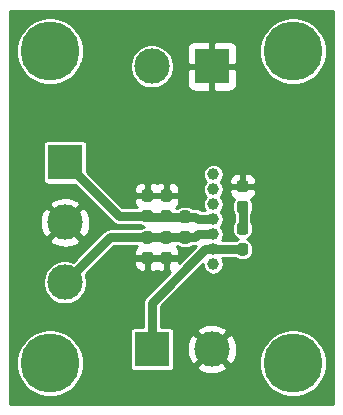
<source format=gbr>
%TF.GenerationSoftware,KiCad,Pcbnew,(5.1.6)-1*%
%TF.CreationDate,2021-01-22T14:39:17+01:00*%
%TF.ProjectId,LambdaBuffer,4c616d62-6461-4427-9566-6665722e6b69,rev?*%
%TF.SameCoordinates,Original*%
%TF.FileFunction,Copper,L2,Bot*%
%TF.FilePolarity,Positive*%
%FSLAX46Y46*%
G04 Gerber Fmt 4.6, Leading zero omitted, Abs format (unit mm)*
G04 Created by KiCad (PCBNEW (5.1.6)-1) date 2021-01-22 14:39:17*
%MOMM*%
%LPD*%
G01*
G04 APERTURE LIST*
%TA.AperFunction,ComponentPad*%
%ADD10C,1.000000*%
%TD*%
%TA.AperFunction,ComponentPad*%
%ADD11C,3.000000*%
%TD*%
%TA.AperFunction,ComponentPad*%
%ADD12R,3.000000X3.000000*%
%TD*%
%TA.AperFunction,ViaPad*%
%ADD13C,5.000000*%
%TD*%
%TA.AperFunction,Conductor*%
%ADD14C,0.750000*%
%TD*%
%TA.AperFunction,Conductor*%
%ADD15C,0.250000*%
%TD*%
G04 APERTURE END LIST*
D10*
%TO.P,U1,7*%
%TO.N,+9V*%
X121539000Y-101600000D03*
%TO.P,U1,6*%
%TO.N,Net-(J3-Pad1)*%
X121539000Y-100330000D03*
%TO.P,U1,5*%
%TO.N,+9V*%
X121539000Y-99060000D03*
%TO.P,U1,1*%
%TO.N,Net-(R1-Pad1)*%
X121539000Y-93980000D03*
%TO.P,U1,2*%
%TO.N,Net-(R4-Pad1)*%
X121539000Y-95250000D03*
%TO.P,U1,3*%
%TO.N,Net-(R3-Pad1)*%
X121539000Y-96520000D03*
%TO.P,U1,4*%
%TO.N,-9V*%
X121539000Y-97790000D03*
%TD*%
%TO.P,R6,2*%
%TO.N,Net-(C6-Pad1)*%
%TA.AperFunction,SMDPad,CuDef*%
G36*
G01*
X124240300Y-99105000D02*
X123765300Y-99105000D01*
G75*
G02*
X123527800Y-98867500I0J237500D01*
G01*
X123527800Y-98292500D01*
G75*
G02*
X123765300Y-98055000I237500J0D01*
G01*
X124240300Y-98055000D01*
G75*
G02*
X124477800Y-98292500I0J-237500D01*
G01*
X124477800Y-98867500D01*
G75*
G02*
X124240300Y-99105000I-237500J0D01*
G01*
G37*
%TD.AperFunction*%
%TO.P,R6,1*%
%TO.N,Net-(J3-Pad1)*%
%TA.AperFunction,SMDPad,CuDef*%
G36*
G01*
X124240300Y-100855000D02*
X123765300Y-100855000D01*
G75*
G02*
X123527800Y-100617500I0J237500D01*
G01*
X123527800Y-100042500D01*
G75*
G02*
X123765300Y-99805000I237500J0D01*
G01*
X124240300Y-99805000D01*
G75*
G02*
X124477800Y-100042500I0J-237500D01*
G01*
X124477800Y-100617500D01*
G75*
G02*
X124240300Y-100855000I-237500J0D01*
G01*
G37*
%TD.AperFunction*%
%TD*%
D11*
%TO.P,J3,2*%
%TO.N,GND*%
X121412000Y-108775500D03*
D12*
%TO.P,J3,1*%
%TO.N,Net-(J3-Pad1)*%
X116332000Y-108775500D03*
%TD*%
D11*
%TO.P,J2,3*%
%TO.N,+9V*%
X108966000Y-103124000D03*
%TO.P,J2,2*%
%TO.N,GND*%
X108966000Y-98044000D03*
D12*
%TO.P,J2,1*%
%TO.N,-9V*%
X108966000Y-92964000D03*
%TD*%
D11*
%TO.P,J1,2*%
%TO.N,Net-(J1-Pad2)*%
X116332000Y-84836000D03*
D12*
%TO.P,J1,1*%
%TO.N,GND*%
X121412000Y-84836000D03*
%TD*%
%TO.P,C6,2*%
%TO.N,GND*%
%TA.AperFunction,SMDPad,CuDef*%
G36*
G01*
X124240300Y-95509600D02*
X123765300Y-95509600D01*
G75*
G02*
X123527800Y-95272100I0J237500D01*
G01*
X123527800Y-94697100D01*
G75*
G02*
X123765300Y-94459600I237500J0D01*
G01*
X124240300Y-94459600D01*
G75*
G02*
X124477800Y-94697100I0J-237500D01*
G01*
X124477800Y-95272100D01*
G75*
G02*
X124240300Y-95509600I-237500J0D01*
G01*
G37*
%TD.AperFunction*%
%TO.P,C6,1*%
%TO.N,Net-(C6-Pad1)*%
%TA.AperFunction,SMDPad,CuDef*%
G36*
G01*
X124240300Y-97259600D02*
X123765300Y-97259600D01*
G75*
G02*
X123527800Y-97022100I0J237500D01*
G01*
X123527800Y-96447100D01*
G75*
G02*
X123765300Y-96209600I237500J0D01*
G01*
X124240300Y-96209600D01*
G75*
G02*
X124477800Y-96447100I0J-237500D01*
G01*
X124477800Y-97022100D01*
G75*
G02*
X124240300Y-97259600I-237500J0D01*
G01*
G37*
%TD.AperFunction*%
%TD*%
%TO.P,C5,2*%
%TO.N,-9V*%
%TA.AperFunction,SMDPad,CuDef*%
G36*
G01*
X119363500Y-98089000D02*
X118888500Y-98089000D01*
G75*
G02*
X118651000Y-97851500I0J237500D01*
G01*
X118651000Y-97276500D01*
G75*
G02*
X118888500Y-97039000I237500J0D01*
G01*
X119363500Y-97039000D01*
G75*
G02*
X119601000Y-97276500I0J-237500D01*
G01*
X119601000Y-97851500D01*
G75*
G02*
X119363500Y-98089000I-237500J0D01*
G01*
G37*
%TD.AperFunction*%
%TO.P,C5,1*%
%TO.N,+9V*%
%TA.AperFunction,SMDPad,CuDef*%
G36*
G01*
X119363500Y-99839000D02*
X118888500Y-99839000D01*
G75*
G02*
X118651000Y-99601500I0J237500D01*
G01*
X118651000Y-99026500D01*
G75*
G02*
X118888500Y-98789000I237500J0D01*
G01*
X119363500Y-98789000D01*
G75*
G02*
X119601000Y-99026500I0J-237500D01*
G01*
X119601000Y-99601500D01*
G75*
G02*
X119363500Y-99839000I-237500J0D01*
G01*
G37*
%TD.AperFunction*%
%TD*%
%TO.P,C4,2*%
%TO.N,GND*%
%TA.AperFunction,SMDPad,CuDef*%
G36*
G01*
X117788700Y-96297000D02*
X117313700Y-96297000D01*
G75*
G02*
X117076200Y-96059500I0J237500D01*
G01*
X117076200Y-95484500D01*
G75*
G02*
X117313700Y-95247000I237500J0D01*
G01*
X117788700Y-95247000D01*
G75*
G02*
X118026200Y-95484500I0J-237500D01*
G01*
X118026200Y-96059500D01*
G75*
G02*
X117788700Y-96297000I-237500J0D01*
G01*
G37*
%TD.AperFunction*%
%TO.P,C4,1*%
%TO.N,-9V*%
%TA.AperFunction,SMDPad,CuDef*%
G36*
G01*
X117788700Y-98047000D02*
X117313700Y-98047000D01*
G75*
G02*
X117076200Y-97809500I0J237500D01*
G01*
X117076200Y-97234500D01*
G75*
G02*
X117313700Y-96997000I237500J0D01*
G01*
X117788700Y-96997000D01*
G75*
G02*
X118026200Y-97234500I0J-237500D01*
G01*
X118026200Y-97809500D01*
G75*
G02*
X117788700Y-98047000I-237500J0D01*
G01*
G37*
%TD.AperFunction*%
%TD*%
%TO.P,C3,2*%
%TO.N,GND*%
%TA.AperFunction,SMDPad,CuDef*%
G36*
G01*
X115713500Y-100539000D02*
X116188500Y-100539000D01*
G75*
G02*
X116426000Y-100776500I0J-237500D01*
G01*
X116426000Y-101351500D01*
G75*
G02*
X116188500Y-101589000I-237500J0D01*
G01*
X115713500Y-101589000D01*
G75*
G02*
X115476000Y-101351500I0J237500D01*
G01*
X115476000Y-100776500D01*
G75*
G02*
X115713500Y-100539000I237500J0D01*
G01*
G37*
%TD.AperFunction*%
%TO.P,C3,1*%
%TO.N,+9V*%
%TA.AperFunction,SMDPad,CuDef*%
G36*
G01*
X115713500Y-98789000D02*
X116188500Y-98789000D01*
G75*
G02*
X116426000Y-99026500I0J-237500D01*
G01*
X116426000Y-99601500D01*
G75*
G02*
X116188500Y-99839000I-237500J0D01*
G01*
X115713500Y-99839000D01*
G75*
G02*
X115476000Y-99601500I0J237500D01*
G01*
X115476000Y-99026500D01*
G75*
G02*
X115713500Y-98789000I237500J0D01*
G01*
G37*
%TD.AperFunction*%
%TD*%
%TO.P,C2,2*%
%TO.N,-9V*%
%TA.AperFunction,SMDPad,CuDef*%
G36*
G01*
X115713500Y-96997000D02*
X116188500Y-96997000D01*
G75*
G02*
X116426000Y-97234500I0J-237500D01*
G01*
X116426000Y-97809500D01*
G75*
G02*
X116188500Y-98047000I-237500J0D01*
G01*
X115713500Y-98047000D01*
G75*
G02*
X115476000Y-97809500I0J237500D01*
G01*
X115476000Y-97234500D01*
G75*
G02*
X115713500Y-96997000I237500J0D01*
G01*
G37*
%TD.AperFunction*%
%TO.P,C2,1*%
%TO.N,GND*%
%TA.AperFunction,SMDPad,CuDef*%
G36*
G01*
X115713500Y-95247000D02*
X116188500Y-95247000D01*
G75*
G02*
X116426000Y-95484500I0J-237500D01*
G01*
X116426000Y-96059500D01*
G75*
G02*
X116188500Y-96297000I-237500J0D01*
G01*
X115713500Y-96297000D01*
G75*
G02*
X115476000Y-96059500I0J237500D01*
G01*
X115476000Y-95484500D01*
G75*
G02*
X115713500Y-95247000I237500J0D01*
G01*
G37*
%TD.AperFunction*%
%TD*%
%TO.P,C1,2*%
%TO.N,+9V*%
%TA.AperFunction,SMDPad,CuDef*%
G36*
G01*
X117776000Y-99839000D02*
X117301000Y-99839000D01*
G75*
G02*
X117063500Y-99601500I0J237500D01*
G01*
X117063500Y-99026500D01*
G75*
G02*
X117301000Y-98789000I237500J0D01*
G01*
X117776000Y-98789000D01*
G75*
G02*
X118013500Y-99026500I0J-237500D01*
G01*
X118013500Y-99601500D01*
G75*
G02*
X117776000Y-99839000I-237500J0D01*
G01*
G37*
%TD.AperFunction*%
%TO.P,C1,1*%
%TO.N,GND*%
%TA.AperFunction,SMDPad,CuDef*%
G36*
G01*
X117776000Y-101589000D02*
X117301000Y-101589000D01*
G75*
G02*
X117063500Y-101351500I0J237500D01*
G01*
X117063500Y-100776500D01*
G75*
G02*
X117301000Y-100539000I237500J0D01*
G01*
X117776000Y-100539000D01*
G75*
G02*
X118013500Y-100776500I0J-237500D01*
G01*
X118013500Y-101351500D01*
G75*
G02*
X117776000Y-101589000I-237500J0D01*
G01*
G37*
%TD.AperFunction*%
%TD*%
D13*
%TO.N,*%
X107696000Y-83566000D03*
X107696000Y-109982000D03*
X128270000Y-109982000D03*
X128270000Y-83566000D03*
%TD*%
D14*
%TO.N,+9V*%
X119989600Y-99314000D02*
X120243600Y-99060000D01*
X119126000Y-99314000D02*
X119989600Y-99314000D01*
X120243600Y-99060000D02*
X121539000Y-99060000D01*
X119126000Y-99314000D02*
X115951000Y-99314000D01*
X112776000Y-99314000D02*
X108966000Y-103124000D01*
X115951000Y-99314000D02*
X112776000Y-99314000D01*
%TO.N,-9V*%
X115993000Y-97564000D02*
X115951000Y-97522000D01*
X119126000Y-97564000D02*
X115993000Y-97564000D01*
X119126000Y-97564000D02*
X120017600Y-97564000D01*
X120017600Y-97564000D02*
X120243600Y-97790000D01*
X121539000Y-97790000D02*
X120243600Y-97790000D01*
X113524000Y-97522000D02*
X108966000Y-92964000D01*
X115951000Y-97522000D02*
X113524000Y-97522000D01*
%TO.N,Net-(C6-Pad1)*%
X124002800Y-98580000D02*
X124002800Y-96734600D01*
%TO.N,Net-(J3-Pad1)*%
X121539000Y-100330000D02*
X124002800Y-100330000D01*
X116332000Y-104829894D02*
X116332000Y-108775500D01*
X120831894Y-100330000D02*
X116332000Y-104829894D01*
X121539000Y-100330000D02*
X120831894Y-100330000D01*
%TD*%
D15*
%TO.N,GND*%
G36*
X131680001Y-112756353D02*
G01*
X131680000Y-113392000D01*
X104286000Y-113392000D01*
X104286000Y-109698837D01*
X104821000Y-109698837D01*
X104821000Y-110265163D01*
X104931485Y-110820607D01*
X105148208Y-111343823D01*
X105462842Y-111814706D01*
X105863294Y-112215158D01*
X106334177Y-112529792D01*
X106857393Y-112746515D01*
X107412837Y-112857000D01*
X107979163Y-112857000D01*
X108534607Y-112746515D01*
X109057823Y-112529792D01*
X109528706Y-112215158D01*
X109929158Y-111814706D01*
X110243792Y-111343823D01*
X110460515Y-110820607D01*
X110571000Y-110265163D01*
X110571000Y-109698837D01*
X110460515Y-109143393D01*
X110243792Y-108620177D01*
X109929158Y-108149294D01*
X109528706Y-107748842D01*
X109057823Y-107434208D01*
X108534607Y-107217485D01*
X107979163Y-107107000D01*
X107412837Y-107107000D01*
X106857393Y-107217485D01*
X106334177Y-107434208D01*
X105863294Y-107748842D01*
X105462842Y-108149294D01*
X105148208Y-108620177D01*
X104931485Y-109143393D01*
X104821000Y-109698837D01*
X104286000Y-109698837D01*
X104286000Y-99535907D01*
X107656527Y-99535907D01*
X107812835Y-99850663D01*
X108187455Y-100040920D01*
X108591994Y-100154437D01*
X109010906Y-100186850D01*
X109428093Y-100136914D01*
X109827521Y-100006550D01*
X110119165Y-99850663D01*
X110275473Y-99535907D01*
X108966000Y-98226434D01*
X107656527Y-99535907D01*
X104286000Y-99535907D01*
X104286000Y-98088906D01*
X106823150Y-98088906D01*
X106873086Y-98506093D01*
X107003450Y-98905521D01*
X107159337Y-99197165D01*
X107474093Y-99353473D01*
X108783566Y-98044000D01*
X109148434Y-98044000D01*
X110457907Y-99353473D01*
X110772663Y-99197165D01*
X110962920Y-98822545D01*
X111076437Y-98418006D01*
X111108850Y-97999094D01*
X111058914Y-97581907D01*
X110928550Y-97182479D01*
X110772663Y-96890835D01*
X110457907Y-96734527D01*
X109148434Y-98044000D01*
X108783566Y-98044000D01*
X107474093Y-96734527D01*
X107159337Y-96890835D01*
X106969080Y-97265455D01*
X106855563Y-97669994D01*
X106823150Y-98088906D01*
X104286000Y-98088906D01*
X104286000Y-96552093D01*
X107656527Y-96552093D01*
X108966000Y-97861566D01*
X110275473Y-96552093D01*
X110119165Y-96237337D01*
X109744545Y-96047080D01*
X109340006Y-95933563D01*
X108921094Y-95901150D01*
X108503907Y-95951086D01*
X108104479Y-96081450D01*
X107812835Y-96237337D01*
X107656527Y-96552093D01*
X104286000Y-96552093D01*
X104286000Y-91464000D01*
X107089186Y-91464000D01*
X107089186Y-94464000D01*
X107096426Y-94537513D01*
X107117869Y-94608200D01*
X107152691Y-94673347D01*
X107199552Y-94730448D01*
X107256653Y-94777309D01*
X107321800Y-94812131D01*
X107392487Y-94833574D01*
X107466000Y-94840814D01*
X109782154Y-94840814D01*
X112967630Y-98026291D01*
X112991105Y-98054895D01*
X113019708Y-98078369D01*
X113019715Y-98078376D01*
X113070893Y-98120376D01*
X113105307Y-98148619D01*
X113235599Y-98218261D01*
X113376974Y-98261147D01*
X113487165Y-98272000D01*
X113487174Y-98272000D01*
X113523999Y-98275627D01*
X113560824Y-98272000D01*
X115313371Y-98272000D01*
X115372205Y-98320283D01*
X115478412Y-98377052D01*
X115593653Y-98412010D01*
X115654470Y-98418000D01*
X115593653Y-98423990D01*
X115478412Y-98458948D01*
X115372205Y-98515717D01*
X115313371Y-98564000D01*
X112812828Y-98564000D01*
X112776000Y-98560373D01*
X112739172Y-98564000D01*
X112739165Y-98564000D01*
X112628974Y-98574853D01*
X112487599Y-98617739D01*
X112357307Y-98687381D01*
X112243105Y-98781105D01*
X112219626Y-98809714D01*
X109651063Y-101378278D01*
X109512917Y-101321056D01*
X109150671Y-101249000D01*
X108781329Y-101249000D01*
X108419083Y-101321056D01*
X108077855Y-101462397D01*
X107770757Y-101667593D01*
X107509593Y-101928757D01*
X107304397Y-102235855D01*
X107163056Y-102577083D01*
X107091000Y-102939329D01*
X107091000Y-103308671D01*
X107163056Y-103670917D01*
X107304397Y-104012145D01*
X107509593Y-104319243D01*
X107770757Y-104580407D01*
X108077855Y-104785603D01*
X108419083Y-104926944D01*
X108781329Y-104999000D01*
X109150671Y-104999000D01*
X109512917Y-104926944D01*
X109854145Y-104785603D01*
X110161243Y-104580407D01*
X110422407Y-104319243D01*
X110627603Y-104012145D01*
X110768944Y-103670917D01*
X110841000Y-103308671D01*
X110841000Y-102939329D01*
X110768944Y-102577083D01*
X110711722Y-102438937D01*
X111561659Y-101589000D01*
X114839937Y-101589000D01*
X114852159Y-101713090D01*
X114888354Y-101832411D01*
X114947133Y-101942378D01*
X115026236Y-102038764D01*
X115122622Y-102117867D01*
X115232589Y-102176646D01*
X115351910Y-102212841D01*
X115476000Y-102225063D01*
X115663750Y-102222000D01*
X115822000Y-102063750D01*
X115822000Y-101193000D01*
X116080000Y-101193000D01*
X116080000Y-102063750D01*
X116238250Y-102222000D01*
X116426000Y-102225063D01*
X116550090Y-102212841D01*
X116669411Y-102176646D01*
X116744750Y-102136376D01*
X116820089Y-102176646D01*
X116939410Y-102212841D01*
X117063500Y-102225063D01*
X117251250Y-102222000D01*
X117409500Y-102063750D01*
X117409500Y-101193000D01*
X116080000Y-101193000D01*
X115822000Y-101193000D01*
X115001250Y-101193000D01*
X114843000Y-101351250D01*
X114839937Y-101589000D01*
X111561659Y-101589000D01*
X113086660Y-100064000D01*
X115056986Y-100064000D01*
X115026236Y-100089236D01*
X114947133Y-100185622D01*
X114888354Y-100295589D01*
X114852159Y-100414910D01*
X114839937Y-100539000D01*
X114843000Y-100776750D01*
X115001250Y-100935000D01*
X115822000Y-100935000D01*
X115822000Y-100915000D01*
X116080000Y-100915000D01*
X116080000Y-100935000D01*
X117409500Y-100935000D01*
X117409500Y-100915000D01*
X117667500Y-100915000D01*
X117667500Y-100935000D01*
X118488250Y-100935000D01*
X118646500Y-100776750D01*
X118649563Y-100539000D01*
X118637341Y-100414910D01*
X118601146Y-100295589D01*
X118542367Y-100185622D01*
X118463264Y-100089236D01*
X118432514Y-100064000D01*
X118488371Y-100064000D01*
X118547205Y-100112283D01*
X118653412Y-100169052D01*
X118768653Y-100204010D01*
X118888500Y-100215814D01*
X119363500Y-100215814D01*
X119483347Y-100204010D01*
X119598588Y-100169052D01*
X119704795Y-100112283D01*
X119763629Y-100064000D01*
X119952773Y-100064000D01*
X119989600Y-100067627D01*
X120026427Y-100064000D01*
X120026435Y-100064000D01*
X120038414Y-100062820D01*
X118647816Y-101453418D01*
X118646500Y-101351250D01*
X118488250Y-101193000D01*
X117667500Y-101193000D01*
X117667500Y-102063750D01*
X117825750Y-102222000D01*
X117878376Y-102222859D01*
X115827720Y-104273515D01*
X115799105Y-104296999D01*
X115705381Y-104411202D01*
X115635739Y-104541494D01*
X115592853Y-104682869D01*
X115582000Y-104793060D01*
X115582000Y-104793067D01*
X115578373Y-104829894D01*
X115582000Y-104866722D01*
X115582001Y-106898686D01*
X114832000Y-106898686D01*
X114758487Y-106905926D01*
X114687800Y-106927369D01*
X114622653Y-106962191D01*
X114565552Y-107009052D01*
X114518691Y-107066153D01*
X114483869Y-107131300D01*
X114462426Y-107201987D01*
X114455186Y-107275500D01*
X114455186Y-110275500D01*
X114462426Y-110349013D01*
X114483869Y-110419700D01*
X114518691Y-110484847D01*
X114565552Y-110541948D01*
X114622653Y-110588809D01*
X114687800Y-110623631D01*
X114758487Y-110645074D01*
X114832000Y-110652314D01*
X117832000Y-110652314D01*
X117905513Y-110645074D01*
X117976200Y-110623631D01*
X118041347Y-110588809D01*
X118098448Y-110541948D01*
X118145309Y-110484847D01*
X118180131Y-110419700D01*
X118201574Y-110349013D01*
X118208814Y-110275500D01*
X118208814Y-110267407D01*
X120102527Y-110267407D01*
X120258835Y-110582163D01*
X120633455Y-110772420D01*
X121037994Y-110885937D01*
X121456906Y-110918350D01*
X121874093Y-110868414D01*
X122273521Y-110738050D01*
X122565165Y-110582163D01*
X122721473Y-110267407D01*
X121412000Y-108957934D01*
X120102527Y-110267407D01*
X118208814Y-110267407D01*
X118208814Y-108820406D01*
X119269150Y-108820406D01*
X119319086Y-109237593D01*
X119449450Y-109637021D01*
X119605337Y-109928665D01*
X119920093Y-110084973D01*
X121229566Y-108775500D01*
X121594434Y-108775500D01*
X122903907Y-110084973D01*
X123218663Y-109928665D01*
X123335384Y-109698837D01*
X125395000Y-109698837D01*
X125395000Y-110265163D01*
X125505485Y-110820607D01*
X125722208Y-111343823D01*
X126036842Y-111814706D01*
X126437294Y-112215158D01*
X126908177Y-112529792D01*
X127431393Y-112746515D01*
X127986837Y-112857000D01*
X128553163Y-112857000D01*
X129108607Y-112746515D01*
X129631823Y-112529792D01*
X130102706Y-112215158D01*
X130503158Y-111814706D01*
X130817792Y-111343823D01*
X131034515Y-110820607D01*
X131145000Y-110265163D01*
X131145000Y-109698837D01*
X131034515Y-109143393D01*
X130817792Y-108620177D01*
X130503158Y-108149294D01*
X130102706Y-107748842D01*
X129631823Y-107434208D01*
X129108607Y-107217485D01*
X128553163Y-107107000D01*
X127986837Y-107107000D01*
X127431393Y-107217485D01*
X126908177Y-107434208D01*
X126437294Y-107748842D01*
X126036842Y-108149294D01*
X125722208Y-108620177D01*
X125505485Y-109143393D01*
X125395000Y-109698837D01*
X123335384Y-109698837D01*
X123408920Y-109554045D01*
X123522437Y-109149506D01*
X123554850Y-108730594D01*
X123504914Y-108313407D01*
X123374550Y-107913979D01*
X123218663Y-107622335D01*
X122903907Y-107466027D01*
X121594434Y-108775500D01*
X121229566Y-108775500D01*
X119920093Y-107466027D01*
X119605337Y-107622335D01*
X119415080Y-107996955D01*
X119301563Y-108401494D01*
X119269150Y-108820406D01*
X118208814Y-108820406D01*
X118208814Y-107283593D01*
X120102527Y-107283593D01*
X121412000Y-108593066D01*
X122721473Y-107283593D01*
X122565165Y-106968837D01*
X122190545Y-106778580D01*
X121786006Y-106665063D01*
X121367094Y-106632650D01*
X120949907Y-106682586D01*
X120550479Y-106812950D01*
X120258835Y-106968837D01*
X120102527Y-107283593D01*
X118208814Y-107283593D01*
X118208814Y-107275500D01*
X118201574Y-107201987D01*
X118180131Y-107131300D01*
X118145309Y-107066153D01*
X118098448Y-107009052D01*
X118041347Y-106962191D01*
X117976200Y-106927369D01*
X117905513Y-106905926D01*
X117832000Y-106898686D01*
X117082000Y-106898686D01*
X117082000Y-105140553D01*
X120664000Y-101558554D01*
X120664000Y-101686180D01*
X120697626Y-101855228D01*
X120763585Y-102014468D01*
X120859343Y-102157780D01*
X120981220Y-102279657D01*
X121124532Y-102375415D01*
X121283772Y-102441374D01*
X121452820Y-102475000D01*
X121625180Y-102475000D01*
X121794228Y-102441374D01*
X121953468Y-102375415D01*
X122096780Y-102279657D01*
X122218657Y-102157780D01*
X122314415Y-102014468D01*
X122380374Y-101855228D01*
X122414000Y-101686180D01*
X122414000Y-101513820D01*
X122380374Y-101344772D01*
X122314415Y-101185532D01*
X122243901Y-101080000D01*
X123365171Y-101080000D01*
X123424005Y-101128283D01*
X123530212Y-101185052D01*
X123645453Y-101220010D01*
X123765300Y-101231814D01*
X124240300Y-101231814D01*
X124360147Y-101220010D01*
X124475388Y-101185052D01*
X124581595Y-101128283D01*
X124674686Y-101051886D01*
X124751083Y-100958795D01*
X124807852Y-100852588D01*
X124842810Y-100737347D01*
X124854614Y-100617500D01*
X124854614Y-100042500D01*
X124842810Y-99922653D01*
X124807852Y-99807412D01*
X124751083Y-99701205D01*
X124674686Y-99608114D01*
X124581595Y-99531717D01*
X124475388Y-99474948D01*
X124409628Y-99455000D01*
X124475388Y-99435052D01*
X124581595Y-99378283D01*
X124674686Y-99301886D01*
X124751083Y-99208795D01*
X124807852Y-99102588D01*
X124842810Y-98987347D01*
X124854614Y-98867500D01*
X124854614Y-98292500D01*
X124842810Y-98172653D01*
X124807852Y-98057412D01*
X124752800Y-97954417D01*
X124752800Y-97360183D01*
X124807852Y-97257188D01*
X124842810Y-97141947D01*
X124854614Y-97022100D01*
X124854614Y-96447100D01*
X124842810Y-96327253D01*
X124807852Y-96212012D01*
X124751083Y-96105805D01*
X124737092Y-96088757D01*
X124831178Y-96038467D01*
X124927564Y-95959364D01*
X125006667Y-95862978D01*
X125065446Y-95753011D01*
X125101641Y-95633690D01*
X125113863Y-95509600D01*
X125110800Y-95271850D01*
X124952550Y-95113600D01*
X124131800Y-95113600D01*
X124131800Y-95133600D01*
X123873800Y-95133600D01*
X123873800Y-95113600D01*
X123053050Y-95113600D01*
X122894800Y-95271850D01*
X122891737Y-95509600D01*
X122903959Y-95633690D01*
X122940154Y-95753011D01*
X122998933Y-95862978D01*
X123078036Y-95959364D01*
X123174422Y-96038467D01*
X123268508Y-96088757D01*
X123254517Y-96105805D01*
X123197748Y-96212012D01*
X123162790Y-96327253D01*
X123150986Y-96447100D01*
X123150986Y-97022100D01*
X123162790Y-97141947D01*
X123197748Y-97257188D01*
X123252801Y-97360184D01*
X123252800Y-97954417D01*
X123197748Y-98057412D01*
X123162790Y-98172653D01*
X123150986Y-98292500D01*
X123150986Y-98867500D01*
X123162790Y-98987347D01*
X123197748Y-99102588D01*
X123254517Y-99208795D01*
X123330914Y-99301886D01*
X123424005Y-99378283D01*
X123530212Y-99435052D01*
X123595972Y-99455000D01*
X123530212Y-99474948D01*
X123424005Y-99531717D01*
X123365171Y-99580000D01*
X122243901Y-99580000D01*
X122314415Y-99474468D01*
X122380374Y-99315228D01*
X122414000Y-99146180D01*
X122414000Y-98973820D01*
X122380374Y-98804772D01*
X122314415Y-98645532D01*
X122218657Y-98502220D01*
X122141437Y-98425000D01*
X122218657Y-98347780D01*
X122314415Y-98204468D01*
X122380374Y-98045228D01*
X122414000Y-97876180D01*
X122414000Y-97703820D01*
X122380374Y-97534772D01*
X122314415Y-97375532D01*
X122218657Y-97232220D01*
X122141437Y-97155000D01*
X122218657Y-97077780D01*
X122314415Y-96934468D01*
X122380374Y-96775228D01*
X122414000Y-96606180D01*
X122414000Y-96433820D01*
X122380374Y-96264772D01*
X122314415Y-96105532D01*
X122218657Y-95962220D01*
X122141437Y-95885000D01*
X122218657Y-95807780D01*
X122314415Y-95664468D01*
X122380374Y-95505228D01*
X122414000Y-95336180D01*
X122414000Y-95163820D01*
X122380374Y-94994772D01*
X122314415Y-94835532D01*
X122218657Y-94692220D01*
X122141437Y-94615000D01*
X122218657Y-94537780D01*
X122270895Y-94459600D01*
X122891737Y-94459600D01*
X122894800Y-94697350D01*
X123053050Y-94855600D01*
X123873800Y-94855600D01*
X123873800Y-93984850D01*
X124131800Y-93984850D01*
X124131800Y-94855600D01*
X124952550Y-94855600D01*
X125110800Y-94697350D01*
X125113863Y-94459600D01*
X125101641Y-94335510D01*
X125065446Y-94216189D01*
X125006667Y-94106222D01*
X124927564Y-94009836D01*
X124831178Y-93930733D01*
X124721211Y-93871954D01*
X124601890Y-93835759D01*
X124477800Y-93823537D01*
X124290050Y-93826600D01*
X124131800Y-93984850D01*
X123873800Y-93984850D01*
X123715550Y-93826600D01*
X123527800Y-93823537D01*
X123403710Y-93835759D01*
X123284389Y-93871954D01*
X123174422Y-93930733D01*
X123078036Y-94009836D01*
X122998933Y-94106222D01*
X122940154Y-94216189D01*
X122903959Y-94335510D01*
X122891737Y-94459600D01*
X122270895Y-94459600D01*
X122314415Y-94394468D01*
X122380374Y-94235228D01*
X122414000Y-94066180D01*
X122414000Y-93893820D01*
X122380374Y-93724772D01*
X122314415Y-93565532D01*
X122218657Y-93422220D01*
X122096780Y-93300343D01*
X121953468Y-93204585D01*
X121794228Y-93138626D01*
X121625180Y-93105000D01*
X121452820Y-93105000D01*
X121283772Y-93138626D01*
X121124532Y-93204585D01*
X120981220Y-93300343D01*
X120859343Y-93422220D01*
X120763585Y-93565532D01*
X120697626Y-93724772D01*
X120664000Y-93893820D01*
X120664000Y-94066180D01*
X120697626Y-94235228D01*
X120763585Y-94394468D01*
X120859343Y-94537780D01*
X120936563Y-94615000D01*
X120859343Y-94692220D01*
X120763585Y-94835532D01*
X120697626Y-94994772D01*
X120664000Y-95163820D01*
X120664000Y-95336180D01*
X120697626Y-95505228D01*
X120763585Y-95664468D01*
X120859343Y-95807780D01*
X120936563Y-95885000D01*
X120859343Y-95962220D01*
X120763585Y-96105532D01*
X120697626Y-96264772D01*
X120664000Y-96433820D01*
X120664000Y-96606180D01*
X120697626Y-96775228D01*
X120763585Y-96934468D01*
X120834099Y-97040000D01*
X120557795Y-97040000D01*
X120550495Y-97031105D01*
X120436293Y-96937381D01*
X120306001Y-96867739D01*
X120164626Y-96824853D01*
X120054435Y-96814000D01*
X120054427Y-96814000D01*
X120017600Y-96810373D01*
X119980773Y-96814000D01*
X119763629Y-96814000D01*
X119704795Y-96765717D01*
X119598588Y-96708948D01*
X119483347Y-96673990D01*
X119363500Y-96662186D01*
X118888500Y-96662186D01*
X118768653Y-96673990D01*
X118653412Y-96708948D01*
X118547205Y-96765717D01*
X118488371Y-96814000D01*
X118394038Y-96814000D01*
X118475964Y-96746764D01*
X118555067Y-96650378D01*
X118613846Y-96540411D01*
X118650041Y-96421090D01*
X118662263Y-96297000D01*
X118659200Y-96059250D01*
X118500950Y-95901000D01*
X117680200Y-95901000D01*
X117680200Y-95921000D01*
X117422200Y-95921000D01*
X117422200Y-95901000D01*
X116080000Y-95901000D01*
X116080000Y-95921000D01*
X115822000Y-95921000D01*
X115822000Y-95901000D01*
X115001250Y-95901000D01*
X114843000Y-96059250D01*
X114839937Y-96297000D01*
X114852159Y-96421090D01*
X114888354Y-96540411D01*
X114947133Y-96650378D01*
X115026236Y-96746764D01*
X115056986Y-96772000D01*
X113834661Y-96772000D01*
X112309661Y-95247000D01*
X114839937Y-95247000D01*
X114843000Y-95484750D01*
X115001250Y-95643000D01*
X115822000Y-95643000D01*
X115822000Y-94772250D01*
X116080000Y-94772250D01*
X116080000Y-95643000D01*
X117422200Y-95643000D01*
X117422200Y-94772250D01*
X117680200Y-94772250D01*
X117680200Y-95643000D01*
X118500950Y-95643000D01*
X118659200Y-95484750D01*
X118662263Y-95247000D01*
X118650041Y-95122910D01*
X118613846Y-95003589D01*
X118555067Y-94893622D01*
X118475964Y-94797236D01*
X118379578Y-94718133D01*
X118269611Y-94659354D01*
X118150290Y-94623159D01*
X118026200Y-94610937D01*
X117838450Y-94614000D01*
X117680200Y-94772250D01*
X117422200Y-94772250D01*
X117263950Y-94614000D01*
X117076200Y-94610937D01*
X116952110Y-94623159D01*
X116832789Y-94659354D01*
X116751100Y-94703018D01*
X116669411Y-94659354D01*
X116550090Y-94623159D01*
X116426000Y-94610937D01*
X116238250Y-94614000D01*
X116080000Y-94772250D01*
X115822000Y-94772250D01*
X115663750Y-94614000D01*
X115476000Y-94610937D01*
X115351910Y-94623159D01*
X115232589Y-94659354D01*
X115122622Y-94718133D01*
X115026236Y-94797236D01*
X114947133Y-94893622D01*
X114888354Y-95003589D01*
X114852159Y-95122910D01*
X114839937Y-95247000D01*
X112309661Y-95247000D01*
X110842814Y-93780154D01*
X110842814Y-91464000D01*
X110835574Y-91390487D01*
X110814131Y-91319800D01*
X110779309Y-91254653D01*
X110732448Y-91197552D01*
X110675347Y-91150691D01*
X110610200Y-91115869D01*
X110539513Y-91094426D01*
X110466000Y-91087186D01*
X107466000Y-91087186D01*
X107392487Y-91094426D01*
X107321800Y-91115869D01*
X107256653Y-91150691D01*
X107199552Y-91197552D01*
X107152691Y-91254653D01*
X107117869Y-91319800D01*
X107096426Y-91390487D01*
X107089186Y-91464000D01*
X104286000Y-91464000D01*
X104286000Y-83282837D01*
X104821000Y-83282837D01*
X104821000Y-83849163D01*
X104931485Y-84404607D01*
X105148208Y-84927823D01*
X105462842Y-85398706D01*
X105863294Y-85799158D01*
X106334177Y-86113792D01*
X106857393Y-86330515D01*
X107412837Y-86441000D01*
X107979163Y-86441000D01*
X108534607Y-86330515D01*
X109057823Y-86113792D01*
X109528706Y-85799158D01*
X109929158Y-85398706D01*
X110243792Y-84927823D01*
X110358319Y-84651329D01*
X114457000Y-84651329D01*
X114457000Y-85020671D01*
X114529056Y-85382917D01*
X114670397Y-85724145D01*
X114875593Y-86031243D01*
X115136757Y-86292407D01*
X115443855Y-86497603D01*
X115785083Y-86638944D01*
X116147329Y-86711000D01*
X116516671Y-86711000D01*
X116878917Y-86638944D01*
X117220145Y-86497603D01*
X117462001Y-86336000D01*
X119275937Y-86336000D01*
X119288159Y-86460090D01*
X119324354Y-86579411D01*
X119383133Y-86689378D01*
X119462236Y-86785764D01*
X119558622Y-86864867D01*
X119668589Y-86923646D01*
X119787910Y-86959841D01*
X119912000Y-86972063D01*
X121124750Y-86969000D01*
X121283000Y-86810750D01*
X121283000Y-84965000D01*
X121541000Y-84965000D01*
X121541000Y-86810750D01*
X121699250Y-86969000D01*
X122912000Y-86972063D01*
X123036090Y-86959841D01*
X123155411Y-86923646D01*
X123265378Y-86864867D01*
X123361764Y-86785764D01*
X123440867Y-86689378D01*
X123499646Y-86579411D01*
X123535841Y-86460090D01*
X123548063Y-86336000D01*
X123545000Y-85123250D01*
X123386750Y-84965000D01*
X121541000Y-84965000D01*
X121283000Y-84965000D01*
X119437250Y-84965000D01*
X119279000Y-85123250D01*
X119275937Y-86336000D01*
X117462001Y-86336000D01*
X117527243Y-86292407D01*
X117788407Y-86031243D01*
X117993603Y-85724145D01*
X118134944Y-85382917D01*
X118207000Y-85020671D01*
X118207000Y-84651329D01*
X118134944Y-84289083D01*
X117993603Y-83947855D01*
X117788407Y-83640757D01*
X117527243Y-83379593D01*
X117462002Y-83336000D01*
X119275937Y-83336000D01*
X119279000Y-84548750D01*
X119437250Y-84707000D01*
X121283000Y-84707000D01*
X121283000Y-82861250D01*
X121541000Y-82861250D01*
X121541000Y-84707000D01*
X123386750Y-84707000D01*
X123545000Y-84548750D01*
X123548063Y-83336000D01*
X123542827Y-83282837D01*
X125395000Y-83282837D01*
X125395000Y-83849163D01*
X125505485Y-84404607D01*
X125722208Y-84927823D01*
X126036842Y-85398706D01*
X126437294Y-85799158D01*
X126908177Y-86113792D01*
X127431393Y-86330515D01*
X127986837Y-86441000D01*
X128553163Y-86441000D01*
X129108607Y-86330515D01*
X129631823Y-86113792D01*
X130102706Y-85799158D01*
X130503158Y-85398706D01*
X130817792Y-84927823D01*
X131034515Y-84404607D01*
X131145000Y-83849163D01*
X131145000Y-83282837D01*
X131034515Y-82727393D01*
X130817792Y-82204177D01*
X130503158Y-81733294D01*
X130102706Y-81332842D01*
X129631823Y-81018208D01*
X129108607Y-80801485D01*
X128553163Y-80691000D01*
X127986837Y-80691000D01*
X127431393Y-80801485D01*
X126908177Y-81018208D01*
X126437294Y-81332842D01*
X126036842Y-81733294D01*
X125722208Y-82204177D01*
X125505485Y-82727393D01*
X125395000Y-83282837D01*
X123542827Y-83282837D01*
X123535841Y-83211910D01*
X123499646Y-83092589D01*
X123440867Y-82982622D01*
X123361764Y-82886236D01*
X123265378Y-82807133D01*
X123155411Y-82748354D01*
X123036090Y-82712159D01*
X122912000Y-82699937D01*
X121699250Y-82703000D01*
X121541000Y-82861250D01*
X121283000Y-82861250D01*
X121124750Y-82703000D01*
X119912000Y-82699937D01*
X119787910Y-82712159D01*
X119668589Y-82748354D01*
X119558622Y-82807133D01*
X119462236Y-82886236D01*
X119383133Y-82982622D01*
X119324354Y-83092589D01*
X119288159Y-83211910D01*
X119275937Y-83336000D01*
X117462002Y-83336000D01*
X117220145Y-83174397D01*
X116878917Y-83033056D01*
X116516671Y-82961000D01*
X116147329Y-82961000D01*
X115785083Y-83033056D01*
X115443855Y-83174397D01*
X115136757Y-83379593D01*
X114875593Y-83640757D01*
X114670397Y-83947855D01*
X114529056Y-84289083D01*
X114457000Y-84651329D01*
X110358319Y-84651329D01*
X110460515Y-84404607D01*
X110571000Y-83849163D01*
X110571000Y-83282837D01*
X110460515Y-82727393D01*
X110243792Y-82204177D01*
X109929158Y-81733294D01*
X109528706Y-81332842D01*
X109057823Y-81018208D01*
X108534607Y-80801485D01*
X107979163Y-80691000D01*
X107412837Y-80691000D01*
X106857393Y-80801485D01*
X106334177Y-81018208D01*
X105863294Y-81332842D01*
X105462842Y-81733294D01*
X105148208Y-82204177D01*
X104931485Y-82727393D01*
X104821000Y-83282837D01*
X104286000Y-83282837D01*
X104286000Y-80156000D01*
X131680000Y-80156000D01*
X131680001Y-112756353D01*
G37*
X131680001Y-112756353D02*
X131680000Y-113392000D01*
X104286000Y-113392000D01*
X104286000Y-109698837D01*
X104821000Y-109698837D01*
X104821000Y-110265163D01*
X104931485Y-110820607D01*
X105148208Y-111343823D01*
X105462842Y-111814706D01*
X105863294Y-112215158D01*
X106334177Y-112529792D01*
X106857393Y-112746515D01*
X107412837Y-112857000D01*
X107979163Y-112857000D01*
X108534607Y-112746515D01*
X109057823Y-112529792D01*
X109528706Y-112215158D01*
X109929158Y-111814706D01*
X110243792Y-111343823D01*
X110460515Y-110820607D01*
X110571000Y-110265163D01*
X110571000Y-109698837D01*
X110460515Y-109143393D01*
X110243792Y-108620177D01*
X109929158Y-108149294D01*
X109528706Y-107748842D01*
X109057823Y-107434208D01*
X108534607Y-107217485D01*
X107979163Y-107107000D01*
X107412837Y-107107000D01*
X106857393Y-107217485D01*
X106334177Y-107434208D01*
X105863294Y-107748842D01*
X105462842Y-108149294D01*
X105148208Y-108620177D01*
X104931485Y-109143393D01*
X104821000Y-109698837D01*
X104286000Y-109698837D01*
X104286000Y-99535907D01*
X107656527Y-99535907D01*
X107812835Y-99850663D01*
X108187455Y-100040920D01*
X108591994Y-100154437D01*
X109010906Y-100186850D01*
X109428093Y-100136914D01*
X109827521Y-100006550D01*
X110119165Y-99850663D01*
X110275473Y-99535907D01*
X108966000Y-98226434D01*
X107656527Y-99535907D01*
X104286000Y-99535907D01*
X104286000Y-98088906D01*
X106823150Y-98088906D01*
X106873086Y-98506093D01*
X107003450Y-98905521D01*
X107159337Y-99197165D01*
X107474093Y-99353473D01*
X108783566Y-98044000D01*
X109148434Y-98044000D01*
X110457907Y-99353473D01*
X110772663Y-99197165D01*
X110962920Y-98822545D01*
X111076437Y-98418006D01*
X111108850Y-97999094D01*
X111058914Y-97581907D01*
X110928550Y-97182479D01*
X110772663Y-96890835D01*
X110457907Y-96734527D01*
X109148434Y-98044000D01*
X108783566Y-98044000D01*
X107474093Y-96734527D01*
X107159337Y-96890835D01*
X106969080Y-97265455D01*
X106855563Y-97669994D01*
X106823150Y-98088906D01*
X104286000Y-98088906D01*
X104286000Y-96552093D01*
X107656527Y-96552093D01*
X108966000Y-97861566D01*
X110275473Y-96552093D01*
X110119165Y-96237337D01*
X109744545Y-96047080D01*
X109340006Y-95933563D01*
X108921094Y-95901150D01*
X108503907Y-95951086D01*
X108104479Y-96081450D01*
X107812835Y-96237337D01*
X107656527Y-96552093D01*
X104286000Y-96552093D01*
X104286000Y-91464000D01*
X107089186Y-91464000D01*
X107089186Y-94464000D01*
X107096426Y-94537513D01*
X107117869Y-94608200D01*
X107152691Y-94673347D01*
X107199552Y-94730448D01*
X107256653Y-94777309D01*
X107321800Y-94812131D01*
X107392487Y-94833574D01*
X107466000Y-94840814D01*
X109782154Y-94840814D01*
X112967630Y-98026291D01*
X112991105Y-98054895D01*
X113019708Y-98078369D01*
X113019715Y-98078376D01*
X113070893Y-98120376D01*
X113105307Y-98148619D01*
X113235599Y-98218261D01*
X113376974Y-98261147D01*
X113487165Y-98272000D01*
X113487174Y-98272000D01*
X113523999Y-98275627D01*
X113560824Y-98272000D01*
X115313371Y-98272000D01*
X115372205Y-98320283D01*
X115478412Y-98377052D01*
X115593653Y-98412010D01*
X115654470Y-98418000D01*
X115593653Y-98423990D01*
X115478412Y-98458948D01*
X115372205Y-98515717D01*
X115313371Y-98564000D01*
X112812828Y-98564000D01*
X112776000Y-98560373D01*
X112739172Y-98564000D01*
X112739165Y-98564000D01*
X112628974Y-98574853D01*
X112487599Y-98617739D01*
X112357307Y-98687381D01*
X112243105Y-98781105D01*
X112219626Y-98809714D01*
X109651063Y-101378278D01*
X109512917Y-101321056D01*
X109150671Y-101249000D01*
X108781329Y-101249000D01*
X108419083Y-101321056D01*
X108077855Y-101462397D01*
X107770757Y-101667593D01*
X107509593Y-101928757D01*
X107304397Y-102235855D01*
X107163056Y-102577083D01*
X107091000Y-102939329D01*
X107091000Y-103308671D01*
X107163056Y-103670917D01*
X107304397Y-104012145D01*
X107509593Y-104319243D01*
X107770757Y-104580407D01*
X108077855Y-104785603D01*
X108419083Y-104926944D01*
X108781329Y-104999000D01*
X109150671Y-104999000D01*
X109512917Y-104926944D01*
X109854145Y-104785603D01*
X110161243Y-104580407D01*
X110422407Y-104319243D01*
X110627603Y-104012145D01*
X110768944Y-103670917D01*
X110841000Y-103308671D01*
X110841000Y-102939329D01*
X110768944Y-102577083D01*
X110711722Y-102438937D01*
X111561659Y-101589000D01*
X114839937Y-101589000D01*
X114852159Y-101713090D01*
X114888354Y-101832411D01*
X114947133Y-101942378D01*
X115026236Y-102038764D01*
X115122622Y-102117867D01*
X115232589Y-102176646D01*
X115351910Y-102212841D01*
X115476000Y-102225063D01*
X115663750Y-102222000D01*
X115822000Y-102063750D01*
X115822000Y-101193000D01*
X116080000Y-101193000D01*
X116080000Y-102063750D01*
X116238250Y-102222000D01*
X116426000Y-102225063D01*
X116550090Y-102212841D01*
X116669411Y-102176646D01*
X116744750Y-102136376D01*
X116820089Y-102176646D01*
X116939410Y-102212841D01*
X117063500Y-102225063D01*
X117251250Y-102222000D01*
X117409500Y-102063750D01*
X117409500Y-101193000D01*
X116080000Y-101193000D01*
X115822000Y-101193000D01*
X115001250Y-101193000D01*
X114843000Y-101351250D01*
X114839937Y-101589000D01*
X111561659Y-101589000D01*
X113086660Y-100064000D01*
X115056986Y-100064000D01*
X115026236Y-100089236D01*
X114947133Y-100185622D01*
X114888354Y-100295589D01*
X114852159Y-100414910D01*
X114839937Y-100539000D01*
X114843000Y-100776750D01*
X115001250Y-100935000D01*
X115822000Y-100935000D01*
X115822000Y-100915000D01*
X116080000Y-100915000D01*
X116080000Y-100935000D01*
X117409500Y-100935000D01*
X117409500Y-100915000D01*
X117667500Y-100915000D01*
X117667500Y-100935000D01*
X118488250Y-100935000D01*
X118646500Y-100776750D01*
X118649563Y-100539000D01*
X118637341Y-100414910D01*
X118601146Y-100295589D01*
X118542367Y-100185622D01*
X118463264Y-100089236D01*
X118432514Y-100064000D01*
X118488371Y-100064000D01*
X118547205Y-100112283D01*
X118653412Y-100169052D01*
X118768653Y-100204010D01*
X118888500Y-100215814D01*
X119363500Y-100215814D01*
X119483347Y-100204010D01*
X119598588Y-100169052D01*
X119704795Y-100112283D01*
X119763629Y-100064000D01*
X119952773Y-100064000D01*
X119989600Y-100067627D01*
X120026427Y-100064000D01*
X120026435Y-100064000D01*
X120038414Y-100062820D01*
X118647816Y-101453418D01*
X118646500Y-101351250D01*
X118488250Y-101193000D01*
X117667500Y-101193000D01*
X117667500Y-102063750D01*
X117825750Y-102222000D01*
X117878376Y-102222859D01*
X115827720Y-104273515D01*
X115799105Y-104296999D01*
X115705381Y-104411202D01*
X115635739Y-104541494D01*
X115592853Y-104682869D01*
X115582000Y-104793060D01*
X115582000Y-104793067D01*
X115578373Y-104829894D01*
X115582000Y-104866722D01*
X115582001Y-106898686D01*
X114832000Y-106898686D01*
X114758487Y-106905926D01*
X114687800Y-106927369D01*
X114622653Y-106962191D01*
X114565552Y-107009052D01*
X114518691Y-107066153D01*
X114483869Y-107131300D01*
X114462426Y-107201987D01*
X114455186Y-107275500D01*
X114455186Y-110275500D01*
X114462426Y-110349013D01*
X114483869Y-110419700D01*
X114518691Y-110484847D01*
X114565552Y-110541948D01*
X114622653Y-110588809D01*
X114687800Y-110623631D01*
X114758487Y-110645074D01*
X114832000Y-110652314D01*
X117832000Y-110652314D01*
X117905513Y-110645074D01*
X117976200Y-110623631D01*
X118041347Y-110588809D01*
X118098448Y-110541948D01*
X118145309Y-110484847D01*
X118180131Y-110419700D01*
X118201574Y-110349013D01*
X118208814Y-110275500D01*
X118208814Y-110267407D01*
X120102527Y-110267407D01*
X120258835Y-110582163D01*
X120633455Y-110772420D01*
X121037994Y-110885937D01*
X121456906Y-110918350D01*
X121874093Y-110868414D01*
X122273521Y-110738050D01*
X122565165Y-110582163D01*
X122721473Y-110267407D01*
X121412000Y-108957934D01*
X120102527Y-110267407D01*
X118208814Y-110267407D01*
X118208814Y-108820406D01*
X119269150Y-108820406D01*
X119319086Y-109237593D01*
X119449450Y-109637021D01*
X119605337Y-109928665D01*
X119920093Y-110084973D01*
X121229566Y-108775500D01*
X121594434Y-108775500D01*
X122903907Y-110084973D01*
X123218663Y-109928665D01*
X123335384Y-109698837D01*
X125395000Y-109698837D01*
X125395000Y-110265163D01*
X125505485Y-110820607D01*
X125722208Y-111343823D01*
X126036842Y-111814706D01*
X126437294Y-112215158D01*
X126908177Y-112529792D01*
X127431393Y-112746515D01*
X127986837Y-112857000D01*
X128553163Y-112857000D01*
X129108607Y-112746515D01*
X129631823Y-112529792D01*
X130102706Y-112215158D01*
X130503158Y-111814706D01*
X130817792Y-111343823D01*
X131034515Y-110820607D01*
X131145000Y-110265163D01*
X131145000Y-109698837D01*
X131034515Y-109143393D01*
X130817792Y-108620177D01*
X130503158Y-108149294D01*
X130102706Y-107748842D01*
X129631823Y-107434208D01*
X129108607Y-107217485D01*
X128553163Y-107107000D01*
X127986837Y-107107000D01*
X127431393Y-107217485D01*
X126908177Y-107434208D01*
X126437294Y-107748842D01*
X126036842Y-108149294D01*
X125722208Y-108620177D01*
X125505485Y-109143393D01*
X125395000Y-109698837D01*
X123335384Y-109698837D01*
X123408920Y-109554045D01*
X123522437Y-109149506D01*
X123554850Y-108730594D01*
X123504914Y-108313407D01*
X123374550Y-107913979D01*
X123218663Y-107622335D01*
X122903907Y-107466027D01*
X121594434Y-108775500D01*
X121229566Y-108775500D01*
X119920093Y-107466027D01*
X119605337Y-107622335D01*
X119415080Y-107996955D01*
X119301563Y-108401494D01*
X119269150Y-108820406D01*
X118208814Y-108820406D01*
X118208814Y-107283593D01*
X120102527Y-107283593D01*
X121412000Y-108593066D01*
X122721473Y-107283593D01*
X122565165Y-106968837D01*
X122190545Y-106778580D01*
X121786006Y-106665063D01*
X121367094Y-106632650D01*
X120949907Y-106682586D01*
X120550479Y-106812950D01*
X120258835Y-106968837D01*
X120102527Y-107283593D01*
X118208814Y-107283593D01*
X118208814Y-107275500D01*
X118201574Y-107201987D01*
X118180131Y-107131300D01*
X118145309Y-107066153D01*
X118098448Y-107009052D01*
X118041347Y-106962191D01*
X117976200Y-106927369D01*
X117905513Y-106905926D01*
X117832000Y-106898686D01*
X117082000Y-106898686D01*
X117082000Y-105140553D01*
X120664000Y-101558554D01*
X120664000Y-101686180D01*
X120697626Y-101855228D01*
X120763585Y-102014468D01*
X120859343Y-102157780D01*
X120981220Y-102279657D01*
X121124532Y-102375415D01*
X121283772Y-102441374D01*
X121452820Y-102475000D01*
X121625180Y-102475000D01*
X121794228Y-102441374D01*
X121953468Y-102375415D01*
X122096780Y-102279657D01*
X122218657Y-102157780D01*
X122314415Y-102014468D01*
X122380374Y-101855228D01*
X122414000Y-101686180D01*
X122414000Y-101513820D01*
X122380374Y-101344772D01*
X122314415Y-101185532D01*
X122243901Y-101080000D01*
X123365171Y-101080000D01*
X123424005Y-101128283D01*
X123530212Y-101185052D01*
X123645453Y-101220010D01*
X123765300Y-101231814D01*
X124240300Y-101231814D01*
X124360147Y-101220010D01*
X124475388Y-101185052D01*
X124581595Y-101128283D01*
X124674686Y-101051886D01*
X124751083Y-100958795D01*
X124807852Y-100852588D01*
X124842810Y-100737347D01*
X124854614Y-100617500D01*
X124854614Y-100042500D01*
X124842810Y-99922653D01*
X124807852Y-99807412D01*
X124751083Y-99701205D01*
X124674686Y-99608114D01*
X124581595Y-99531717D01*
X124475388Y-99474948D01*
X124409628Y-99455000D01*
X124475388Y-99435052D01*
X124581595Y-99378283D01*
X124674686Y-99301886D01*
X124751083Y-99208795D01*
X124807852Y-99102588D01*
X124842810Y-98987347D01*
X124854614Y-98867500D01*
X124854614Y-98292500D01*
X124842810Y-98172653D01*
X124807852Y-98057412D01*
X124752800Y-97954417D01*
X124752800Y-97360183D01*
X124807852Y-97257188D01*
X124842810Y-97141947D01*
X124854614Y-97022100D01*
X124854614Y-96447100D01*
X124842810Y-96327253D01*
X124807852Y-96212012D01*
X124751083Y-96105805D01*
X124737092Y-96088757D01*
X124831178Y-96038467D01*
X124927564Y-95959364D01*
X125006667Y-95862978D01*
X125065446Y-95753011D01*
X125101641Y-95633690D01*
X125113863Y-95509600D01*
X125110800Y-95271850D01*
X124952550Y-95113600D01*
X124131800Y-95113600D01*
X124131800Y-95133600D01*
X123873800Y-95133600D01*
X123873800Y-95113600D01*
X123053050Y-95113600D01*
X122894800Y-95271850D01*
X122891737Y-95509600D01*
X122903959Y-95633690D01*
X122940154Y-95753011D01*
X122998933Y-95862978D01*
X123078036Y-95959364D01*
X123174422Y-96038467D01*
X123268508Y-96088757D01*
X123254517Y-96105805D01*
X123197748Y-96212012D01*
X123162790Y-96327253D01*
X123150986Y-96447100D01*
X123150986Y-97022100D01*
X123162790Y-97141947D01*
X123197748Y-97257188D01*
X123252801Y-97360184D01*
X123252800Y-97954417D01*
X123197748Y-98057412D01*
X123162790Y-98172653D01*
X123150986Y-98292500D01*
X123150986Y-98867500D01*
X123162790Y-98987347D01*
X123197748Y-99102588D01*
X123254517Y-99208795D01*
X123330914Y-99301886D01*
X123424005Y-99378283D01*
X123530212Y-99435052D01*
X123595972Y-99455000D01*
X123530212Y-99474948D01*
X123424005Y-99531717D01*
X123365171Y-99580000D01*
X122243901Y-99580000D01*
X122314415Y-99474468D01*
X122380374Y-99315228D01*
X122414000Y-99146180D01*
X122414000Y-98973820D01*
X122380374Y-98804772D01*
X122314415Y-98645532D01*
X122218657Y-98502220D01*
X122141437Y-98425000D01*
X122218657Y-98347780D01*
X122314415Y-98204468D01*
X122380374Y-98045228D01*
X122414000Y-97876180D01*
X122414000Y-97703820D01*
X122380374Y-97534772D01*
X122314415Y-97375532D01*
X122218657Y-97232220D01*
X122141437Y-97155000D01*
X122218657Y-97077780D01*
X122314415Y-96934468D01*
X122380374Y-96775228D01*
X122414000Y-96606180D01*
X122414000Y-96433820D01*
X122380374Y-96264772D01*
X122314415Y-96105532D01*
X122218657Y-95962220D01*
X122141437Y-95885000D01*
X122218657Y-95807780D01*
X122314415Y-95664468D01*
X122380374Y-95505228D01*
X122414000Y-95336180D01*
X122414000Y-95163820D01*
X122380374Y-94994772D01*
X122314415Y-94835532D01*
X122218657Y-94692220D01*
X122141437Y-94615000D01*
X122218657Y-94537780D01*
X122270895Y-94459600D01*
X122891737Y-94459600D01*
X122894800Y-94697350D01*
X123053050Y-94855600D01*
X123873800Y-94855600D01*
X123873800Y-93984850D01*
X124131800Y-93984850D01*
X124131800Y-94855600D01*
X124952550Y-94855600D01*
X125110800Y-94697350D01*
X125113863Y-94459600D01*
X125101641Y-94335510D01*
X125065446Y-94216189D01*
X125006667Y-94106222D01*
X124927564Y-94009836D01*
X124831178Y-93930733D01*
X124721211Y-93871954D01*
X124601890Y-93835759D01*
X124477800Y-93823537D01*
X124290050Y-93826600D01*
X124131800Y-93984850D01*
X123873800Y-93984850D01*
X123715550Y-93826600D01*
X123527800Y-93823537D01*
X123403710Y-93835759D01*
X123284389Y-93871954D01*
X123174422Y-93930733D01*
X123078036Y-94009836D01*
X122998933Y-94106222D01*
X122940154Y-94216189D01*
X122903959Y-94335510D01*
X122891737Y-94459600D01*
X122270895Y-94459600D01*
X122314415Y-94394468D01*
X122380374Y-94235228D01*
X122414000Y-94066180D01*
X122414000Y-93893820D01*
X122380374Y-93724772D01*
X122314415Y-93565532D01*
X122218657Y-93422220D01*
X122096780Y-93300343D01*
X121953468Y-93204585D01*
X121794228Y-93138626D01*
X121625180Y-93105000D01*
X121452820Y-93105000D01*
X121283772Y-93138626D01*
X121124532Y-93204585D01*
X120981220Y-93300343D01*
X120859343Y-93422220D01*
X120763585Y-93565532D01*
X120697626Y-93724772D01*
X120664000Y-93893820D01*
X120664000Y-94066180D01*
X120697626Y-94235228D01*
X120763585Y-94394468D01*
X120859343Y-94537780D01*
X120936563Y-94615000D01*
X120859343Y-94692220D01*
X120763585Y-94835532D01*
X120697626Y-94994772D01*
X120664000Y-95163820D01*
X120664000Y-95336180D01*
X120697626Y-95505228D01*
X120763585Y-95664468D01*
X120859343Y-95807780D01*
X120936563Y-95885000D01*
X120859343Y-95962220D01*
X120763585Y-96105532D01*
X120697626Y-96264772D01*
X120664000Y-96433820D01*
X120664000Y-96606180D01*
X120697626Y-96775228D01*
X120763585Y-96934468D01*
X120834099Y-97040000D01*
X120557795Y-97040000D01*
X120550495Y-97031105D01*
X120436293Y-96937381D01*
X120306001Y-96867739D01*
X120164626Y-96824853D01*
X120054435Y-96814000D01*
X120054427Y-96814000D01*
X120017600Y-96810373D01*
X119980773Y-96814000D01*
X119763629Y-96814000D01*
X119704795Y-96765717D01*
X119598588Y-96708948D01*
X119483347Y-96673990D01*
X119363500Y-96662186D01*
X118888500Y-96662186D01*
X118768653Y-96673990D01*
X118653412Y-96708948D01*
X118547205Y-96765717D01*
X118488371Y-96814000D01*
X118394038Y-96814000D01*
X118475964Y-96746764D01*
X118555067Y-96650378D01*
X118613846Y-96540411D01*
X118650041Y-96421090D01*
X118662263Y-96297000D01*
X118659200Y-96059250D01*
X118500950Y-95901000D01*
X117680200Y-95901000D01*
X117680200Y-95921000D01*
X117422200Y-95921000D01*
X117422200Y-95901000D01*
X116080000Y-95901000D01*
X116080000Y-95921000D01*
X115822000Y-95921000D01*
X115822000Y-95901000D01*
X115001250Y-95901000D01*
X114843000Y-96059250D01*
X114839937Y-96297000D01*
X114852159Y-96421090D01*
X114888354Y-96540411D01*
X114947133Y-96650378D01*
X115026236Y-96746764D01*
X115056986Y-96772000D01*
X113834661Y-96772000D01*
X112309661Y-95247000D01*
X114839937Y-95247000D01*
X114843000Y-95484750D01*
X115001250Y-95643000D01*
X115822000Y-95643000D01*
X115822000Y-94772250D01*
X116080000Y-94772250D01*
X116080000Y-95643000D01*
X117422200Y-95643000D01*
X117422200Y-94772250D01*
X117680200Y-94772250D01*
X117680200Y-95643000D01*
X118500950Y-95643000D01*
X118659200Y-95484750D01*
X118662263Y-95247000D01*
X118650041Y-95122910D01*
X118613846Y-95003589D01*
X118555067Y-94893622D01*
X118475964Y-94797236D01*
X118379578Y-94718133D01*
X118269611Y-94659354D01*
X118150290Y-94623159D01*
X118026200Y-94610937D01*
X117838450Y-94614000D01*
X117680200Y-94772250D01*
X117422200Y-94772250D01*
X117263950Y-94614000D01*
X117076200Y-94610937D01*
X116952110Y-94623159D01*
X116832789Y-94659354D01*
X116751100Y-94703018D01*
X116669411Y-94659354D01*
X116550090Y-94623159D01*
X116426000Y-94610937D01*
X116238250Y-94614000D01*
X116080000Y-94772250D01*
X115822000Y-94772250D01*
X115663750Y-94614000D01*
X115476000Y-94610937D01*
X115351910Y-94623159D01*
X115232589Y-94659354D01*
X115122622Y-94718133D01*
X115026236Y-94797236D01*
X114947133Y-94893622D01*
X114888354Y-95003589D01*
X114852159Y-95122910D01*
X114839937Y-95247000D01*
X112309661Y-95247000D01*
X110842814Y-93780154D01*
X110842814Y-91464000D01*
X110835574Y-91390487D01*
X110814131Y-91319800D01*
X110779309Y-91254653D01*
X110732448Y-91197552D01*
X110675347Y-91150691D01*
X110610200Y-91115869D01*
X110539513Y-91094426D01*
X110466000Y-91087186D01*
X107466000Y-91087186D01*
X107392487Y-91094426D01*
X107321800Y-91115869D01*
X107256653Y-91150691D01*
X107199552Y-91197552D01*
X107152691Y-91254653D01*
X107117869Y-91319800D01*
X107096426Y-91390487D01*
X107089186Y-91464000D01*
X104286000Y-91464000D01*
X104286000Y-83282837D01*
X104821000Y-83282837D01*
X104821000Y-83849163D01*
X104931485Y-84404607D01*
X105148208Y-84927823D01*
X105462842Y-85398706D01*
X105863294Y-85799158D01*
X106334177Y-86113792D01*
X106857393Y-86330515D01*
X107412837Y-86441000D01*
X107979163Y-86441000D01*
X108534607Y-86330515D01*
X109057823Y-86113792D01*
X109528706Y-85799158D01*
X109929158Y-85398706D01*
X110243792Y-84927823D01*
X110358319Y-84651329D01*
X114457000Y-84651329D01*
X114457000Y-85020671D01*
X114529056Y-85382917D01*
X114670397Y-85724145D01*
X114875593Y-86031243D01*
X115136757Y-86292407D01*
X115443855Y-86497603D01*
X115785083Y-86638944D01*
X116147329Y-86711000D01*
X116516671Y-86711000D01*
X116878917Y-86638944D01*
X117220145Y-86497603D01*
X117462001Y-86336000D01*
X119275937Y-86336000D01*
X119288159Y-86460090D01*
X119324354Y-86579411D01*
X119383133Y-86689378D01*
X119462236Y-86785764D01*
X119558622Y-86864867D01*
X119668589Y-86923646D01*
X119787910Y-86959841D01*
X119912000Y-86972063D01*
X121124750Y-86969000D01*
X121283000Y-86810750D01*
X121283000Y-84965000D01*
X121541000Y-84965000D01*
X121541000Y-86810750D01*
X121699250Y-86969000D01*
X122912000Y-86972063D01*
X123036090Y-86959841D01*
X123155411Y-86923646D01*
X123265378Y-86864867D01*
X123361764Y-86785764D01*
X123440867Y-86689378D01*
X123499646Y-86579411D01*
X123535841Y-86460090D01*
X123548063Y-86336000D01*
X123545000Y-85123250D01*
X123386750Y-84965000D01*
X121541000Y-84965000D01*
X121283000Y-84965000D01*
X119437250Y-84965000D01*
X119279000Y-85123250D01*
X119275937Y-86336000D01*
X117462001Y-86336000D01*
X117527243Y-86292407D01*
X117788407Y-86031243D01*
X117993603Y-85724145D01*
X118134944Y-85382917D01*
X118207000Y-85020671D01*
X118207000Y-84651329D01*
X118134944Y-84289083D01*
X117993603Y-83947855D01*
X117788407Y-83640757D01*
X117527243Y-83379593D01*
X117462002Y-83336000D01*
X119275937Y-83336000D01*
X119279000Y-84548750D01*
X119437250Y-84707000D01*
X121283000Y-84707000D01*
X121283000Y-82861250D01*
X121541000Y-82861250D01*
X121541000Y-84707000D01*
X123386750Y-84707000D01*
X123545000Y-84548750D01*
X123548063Y-83336000D01*
X123542827Y-83282837D01*
X125395000Y-83282837D01*
X125395000Y-83849163D01*
X125505485Y-84404607D01*
X125722208Y-84927823D01*
X126036842Y-85398706D01*
X126437294Y-85799158D01*
X126908177Y-86113792D01*
X127431393Y-86330515D01*
X127986837Y-86441000D01*
X128553163Y-86441000D01*
X129108607Y-86330515D01*
X129631823Y-86113792D01*
X130102706Y-85799158D01*
X130503158Y-85398706D01*
X130817792Y-84927823D01*
X131034515Y-84404607D01*
X131145000Y-83849163D01*
X131145000Y-83282837D01*
X131034515Y-82727393D01*
X130817792Y-82204177D01*
X130503158Y-81733294D01*
X130102706Y-81332842D01*
X129631823Y-81018208D01*
X129108607Y-80801485D01*
X128553163Y-80691000D01*
X127986837Y-80691000D01*
X127431393Y-80801485D01*
X126908177Y-81018208D01*
X126437294Y-81332842D01*
X126036842Y-81733294D01*
X125722208Y-82204177D01*
X125505485Y-82727393D01*
X125395000Y-83282837D01*
X123542827Y-83282837D01*
X123535841Y-83211910D01*
X123499646Y-83092589D01*
X123440867Y-82982622D01*
X123361764Y-82886236D01*
X123265378Y-82807133D01*
X123155411Y-82748354D01*
X123036090Y-82712159D01*
X122912000Y-82699937D01*
X121699250Y-82703000D01*
X121541000Y-82861250D01*
X121283000Y-82861250D01*
X121124750Y-82703000D01*
X119912000Y-82699937D01*
X119787910Y-82712159D01*
X119668589Y-82748354D01*
X119558622Y-82807133D01*
X119462236Y-82886236D01*
X119383133Y-82982622D01*
X119324354Y-83092589D01*
X119288159Y-83211910D01*
X119275937Y-83336000D01*
X117462002Y-83336000D01*
X117220145Y-83174397D01*
X116878917Y-83033056D01*
X116516671Y-82961000D01*
X116147329Y-82961000D01*
X115785083Y-83033056D01*
X115443855Y-83174397D01*
X115136757Y-83379593D01*
X114875593Y-83640757D01*
X114670397Y-83947855D01*
X114529056Y-84289083D01*
X114457000Y-84651329D01*
X110358319Y-84651329D01*
X110460515Y-84404607D01*
X110571000Y-83849163D01*
X110571000Y-83282837D01*
X110460515Y-82727393D01*
X110243792Y-82204177D01*
X109929158Y-81733294D01*
X109528706Y-81332842D01*
X109057823Y-81018208D01*
X108534607Y-80801485D01*
X107979163Y-80691000D01*
X107412837Y-80691000D01*
X106857393Y-80801485D01*
X106334177Y-81018208D01*
X105863294Y-81332842D01*
X105462842Y-81733294D01*
X105148208Y-82204177D01*
X104931485Y-82727393D01*
X104821000Y-83282837D01*
X104286000Y-83282837D01*
X104286000Y-80156000D01*
X131680000Y-80156000D01*
X131680001Y-112756353D01*
%TD*%
M02*

</source>
